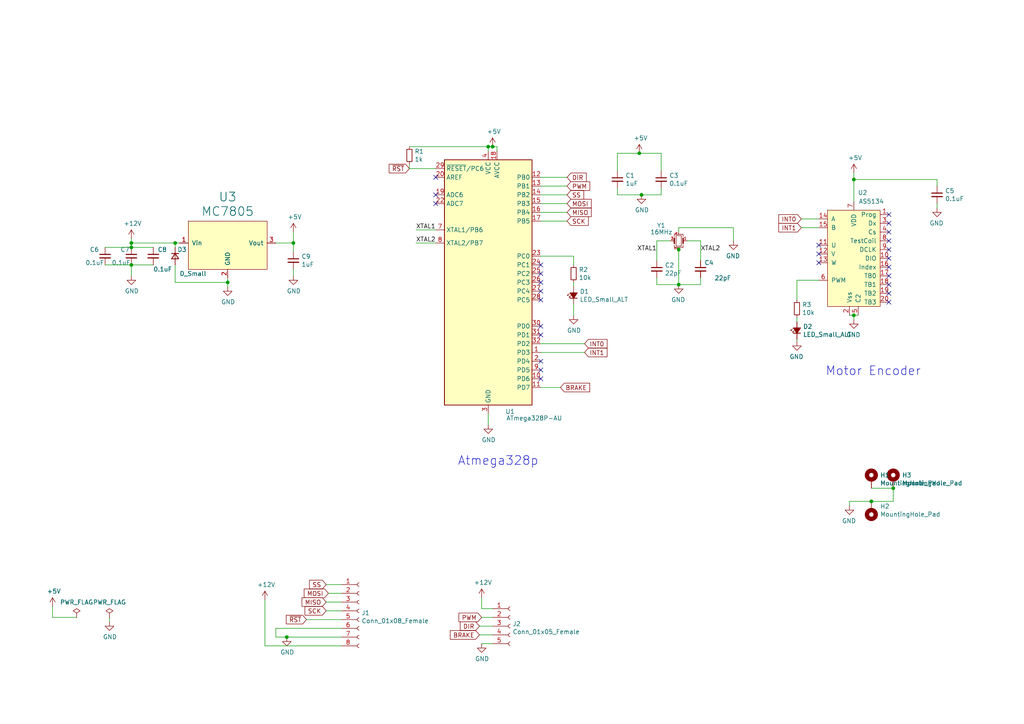
<source format=kicad_sch>
(kicad_sch (version 20211123) (generator eeschema)
  (paper "A4")
  (lib_symbols
    (symbol "Connector:Conn_01x05_Female" (pin_names (offset 1.016) hide)
      (property "Reference" "J" (at 0 7.62 0))
      (property "Value" "Conn_01x05_Female" (at 0 -7.62 0))
      (symbol "Conn_01x05_Female_1_1"
        (arc (start 0 -4.572) (mid -0.508 -5.08) (end 0 -5.588) (stroke (width 0.1524)))
        (arc (start 0 -2.032) (mid -0.508 -2.54) (end 0 -3.048) (stroke (width 0.1524)))
        (polyline (pts (xy -1.27 -5.08) (xy -0.508 -5.08)) (stroke (width 0.1524)))
        (polyline (pts (xy -1.27 -2.54) (xy -0.508 -2.54)) (stroke (width 0.1524)))
        (polyline (pts (xy -1.27 0) (xy -0.508 0)) (stroke (width 0.1524)))
        (polyline (pts (xy -1.27 2.54) (xy -0.508 2.54)) (stroke (width 0.1524)))
        (polyline (pts (xy -1.27 5.08) (xy -0.508 5.08)) (stroke (width 0.1524)))
        (arc (start 0 0.508) (mid -0.508 0) (end 0 -0.508) (stroke (width 0.1524)))
        (arc (start 0 3.048) (mid -0.508 2.54) (end 0 2.032) (stroke (width 0.1524)))
        (arc (start 0 5.588) (mid -0.508 5.08) (end 0 4.572) (stroke (width 0.1524)))
        (pin passive line (at -5.08 5.08 0) (length 3.81) (name "Pin_1") (number "1"))
        (pin passive line (at -5.08 2.54 0) (length 3.81) (name "Pin_2") (number "2"))
        (pin passive line (at -5.08 0 0) (length 3.81) (name "Pin_3") (number "3"))
        (pin passive line (at -5.08 -2.54 0) (length 3.81) (name "Pin_4") (number "4"))
        (pin passive line (at -5.08 -5.08 0) (length 3.81) (name "Pin_5") (number "5"))
      )
    )
    (symbol "Connector:Conn_01x08_Female" (pin_names (offset 1.016) hide)
      (property "Reference" "J" (at 0 10.16 0))
      (property "Value" "Conn_01x08_Female" (at 0 -12.7 0))
      (symbol "Conn_01x08_Female_1_1"
        (arc (start 0 -9.652) (mid -0.508 -10.16) (end 0 -10.668) (stroke (width 0.1524)))
        (arc (start 0 -7.112) (mid -0.508 -7.62) (end 0 -8.128) (stroke (width 0.1524)))
        (arc (start 0 -4.572) (mid -0.508 -5.08) (end 0 -5.588) (stroke (width 0.1524)))
        (arc (start 0 -2.032) (mid -0.508 -2.54) (end 0 -3.048) (stroke (width 0.1524)))
        (polyline (pts (xy -1.27 -10.16) (xy -0.508 -10.16)) (stroke (width 0.1524)))
        (polyline (pts (xy -1.27 -7.62) (xy -0.508 -7.62)) (stroke (width 0.1524)))
        (polyline (pts (xy -1.27 -5.08) (xy -0.508 -5.08)) (stroke (width 0.1524)))
        (polyline (pts (xy -1.27 -2.54) (xy -0.508 -2.54)) (stroke (width 0.1524)))
        (polyline (pts (xy -1.27 0) (xy -0.508 0)) (stroke (width 0.1524)))
        (polyline (pts (xy -1.27 2.54) (xy -0.508 2.54)) (stroke (width 0.1524)))
        (polyline (pts (xy -1.27 5.08) (xy -0.508 5.08)) (stroke (width 0.1524)))
        (polyline (pts (xy -1.27 7.62) (xy -0.508 7.62)) (stroke (width 0.1524)))
        (arc (start 0 0.508) (mid -0.508 0) (end 0 -0.508) (stroke (width 0.1524)))
        (arc (start 0 3.048) (mid -0.508 2.54) (end 0 2.032) (stroke (width 0.1524)))
        (arc (start 0 5.588) (mid -0.508 5.08) (end 0 4.572) (stroke (width 0.1524)))
        (arc (start 0 8.128) (mid -0.508 7.62) (end 0 7.112) (stroke (width 0.1524)))
        (pin passive line (at -5.08 7.62 0) (length 3.81) (name "Pin_1") (number "1"))
        (pin passive line (at -5.08 5.08 0) (length 3.81) (name "Pin_2") (number "2"))
        (pin passive line (at -5.08 2.54 0) (length 3.81) (name "Pin_3") (number "3"))
        (pin passive line (at -5.08 0 0) (length 3.81) (name "Pin_4") (number "4"))
        (pin passive line (at -5.08 -2.54 0) (length 3.81) (name "Pin_5") (number "5"))
        (pin passive line (at -5.08 -5.08 0) (length 3.81) (name "Pin_6") (number "6"))
        (pin passive line (at -5.08 -7.62 0) (length 3.81) (name "Pin_7") (number "7"))
        (pin passive line (at -5.08 -10.16 0) (length 3.81) (name "Pin_8") (number "8"))
      )
    )
    (symbol "Device:C_Small" (pin_numbers hide) (pin_names (offset 0.254) hide)
      (property "Reference" "C" (at 0.254 1.778 0))
      (property "Value" "C_Small" (at 0.254 -2.032 0))
      (symbol "C_Small_0_1"
        (polyline (pts (xy -1.524 -0.508) (xy 1.524 -0.508)) (stroke (width 0.3302)))
        (polyline (pts (xy -1.524 0.508) (xy 1.524 0.508)) (stroke (width 0.3048)))
      )
      (symbol "C_Small_1_1"
        (pin passive line (at 0 2.54 270) (length 2.032) (name "~") (number "1"))
        (pin passive line (at 0 -2.54 90) (length 2.032) (name "~") (number "2"))
      )
    )
    (symbol "Device:Crystal_GND24_Small" (pin_names (offset 1.016) hide)
      (property "Reference" "Y" (at 1.27 4.445 0))
      (property "Value" "Crystal_GND24_Small" (at 1.27 2.54 0))
      (symbol "Crystal_GND24_Small_0_1"
        (rectangle (start -0.762 -1.524) (end 0.762 1.524))
        (polyline (pts (xy -1.27 -0.762) (xy -1.27 0.762)) (stroke (width 0.381)))
        (polyline (pts (xy 1.27 -0.762) (xy 1.27 0.762)) (stroke (width 0.381)))
        (polyline (pts (xy -1.27 -1.27) (xy -1.27 -1.905) (xy 1.27 -1.905) (xy 1.27 -1.27)))
        (polyline (pts (xy -1.27 1.27) (xy -1.27 1.905) (xy 1.27 1.905) (xy 1.27 1.27)))
      )
      (symbol "Crystal_GND24_Small_1_1"
        (pin passive line (at -2.54 0 0) (length 1.27) (name "1") (number "1"))
        (pin passive line (at 0 -2.54 90) (length 0.635) (name "2") (number "2"))
        (pin passive line (at 2.54 0 180) (length 1.27) (name "3") (number "3"))
        (pin passive line (at 0 2.54 270) (length 0.635) (name "4") (number "4"))
      )
    )
    (symbol "Device:D_Small" (pin_numbers hide) (pin_names (offset 0.254) hide)
      (property "Reference" "D" (at -1.27 2.032 0))
      (property "Value" "D_Small" (at -3.81 -2.032 0))
      (symbol "D_Small_0_1"
        (polyline (pts (xy -0.762 -1.016) (xy -0.762 1.016)) (stroke (width 0.254)))
        (polyline (pts (xy -0.762 0) (xy 0.762 0)))
        (polyline (pts (xy 0.762 -1.016) (xy -0.762 0) (xy 0.762 1.016) (xy 0.762 -1.016)) (stroke (width 0.254)))
      )
      (symbol "D_Small_1_1"
        (pin passive line (at -2.54 0 0) (length 1.778) (name "K") (number "1"))
        (pin passive line (at 2.54 0 180) (length 1.778) (name "A") (number "2"))
      )
    )
    (symbol "Device:LED_Small_ALT" (pin_numbers hide) (pin_names (offset 0.254) hide)
      (property "Reference" "D" (at -1.27 3.175 0))
      (property "Value" "Device_LED_Small_ALT" (at -4.445 -2.54 0))
      (symbol "LED_Small_ALT_0_1"
        (polyline (pts (xy -0.762 -1.016) (xy -0.762 1.016)) (stroke (width 0.254)))
        (polyline (pts (xy 1.016 0) (xy -0.762 0)))
        (polyline (pts (xy 0.762 -1.016) (xy -0.762 0) (xy 0.762 1.016) (xy 0.762 -1.016)) (stroke (width 0.254)) (fill (type outline)))
        (polyline (pts (xy 0 0.762) (xy -0.508 1.27) (xy -0.254 1.27) (xy -0.508 1.27) (xy -0.508 1.016)))
        (polyline (pts (xy 0.508 1.27) (xy 0 1.778) (xy 0.254 1.778) (xy 0 1.778) (xy 0 1.524)))
      )
      (symbol "LED_Small_ALT_1_1"
        (pin passive line (at -2.54 0 0) (length 1.778) (name "K") (number "1"))
        (pin passive line (at 2.54 0 180) (length 1.778) (name "A") (number "2"))
      )
    )
    (symbol "Device:R_Small" (pin_numbers hide) (pin_names (offset 0.254) hide)
      (property "Reference" "R" (at 0.762 0.508 0))
      (property "Value" "R_Small" (at 0.762 -1.016 0))
      (symbol "R_Small_0_1"
        (rectangle (start -0.762 1.778) (end 0.762 -1.778) (stroke (width 0.2032)))
      )
      (symbol "R_Small_1_1"
        (pin passive line (at 0 2.54 270) (length 0.762) (name "~") (number "1"))
        (pin passive line (at 0 -2.54 90) (length 0.762) (name "~") (number "2"))
      )
    )
    (symbol "Mechanical:MountingHole_Pad" (pin_numbers hide) (pin_names (offset 1.016) hide)
      (property "Reference" "H" (at 0 6.35 0))
      (property "Value" "MountingHole_Pad" (at 0 4.445 0))
      (symbol "MountingHole_Pad_0_1"
        (circle (center 0 1.27) (radius 1.27) (stroke (width 1.27)))
      )
      (symbol "MountingHole_Pad_1_1"
        (pin input line (at 0 -2.54 90) (length 2.54) (name "1") (number "1"))
      )
    )
    (symbol "MotorController:AS5134" (pin_names (offset 1.016))
      (property "Reference" "U" (at 8.89 19.05 0))
      (property "Value" "AS5134" (at 7.62 22.86 0))
      (symbol "AS5134_0_1"
        (rectangle (start -7.62 15.24) (end 7.62 -12.7) (fill (type background)))
      )
      (symbol "AS5134_1_1"
        (pin input line (at 10.16 13.97 180) (length 2.54) (name "Prog") (number "1"))
        (pin input line (at 10.16 1.27 180) (length 2.54) (name "DIO") (number "10"))
        (pin input line (at -10.16 5.08 0) (length 2.54) (name "U") (number "11"))
        (pin input line (at -10.16 2.54 0) (length 2.54) (name "V") (number "12"))
        (pin input line (at -10.16 0 0) (length 2.54) (name "W") (number "13"))
        (pin input line (at -10.16 12.7 0) (length 2.54) (name "A") (number "14"))
        (pin input line (at -10.16 10.16 0) (length 2.54) (name "B") (number "15"))
        (pin input line (at 10.16 -1.27 180) (length 2.54) (name "Index") (number "16"))
        (pin input line (at 10.16 -3.81 180) (length 2.54) (name "TB0") (number "17"))
        (pin input line (at 10.16 -6.35 180) (length 2.54) (name "TB1") (number "18"))
        (pin input line (at 10.16 -8.89 180) (length 2.54) (name "TB2") (number "19"))
        (pin input line (at -1.27 -15.24 90) (length 2.54) (name "Vss") (number "2"))
        (pin input line (at 10.16 -11.43 180) (length 2.54) (name "TB3") (number "20"))
        (pin input line (at 10.16 11.43 180) (length 2.54) (name "Dx") (number "3"))
        (pin input line (at 10.16 8.89 180) (length 2.54) (name "Cs") (number "4"))
        (pin input line (at 1.27 -15.24 90) (length 2.54) (name "C2") (number "5"))
        (pin input line (at -10.16 -5.08 0) (length 2.54) (name "PWM") (number "6"))
        (pin input line (at 0 17.78 270) (length 2.54) (name "VDD") (number "7"))
        (pin input line (at 10.16 6.35 180) (length 2.54) (name "TestCoil") (number "8"))
        (pin input line (at 10.16 3.81 180) (length 2.54) (name "DCLK") (number "9"))
      )
    )
    (symbol "MotorController:ATmega328P-AU"
      (property "Reference" "U" (at -12.7 36.83 0))
      (property "Value" "ATmega328P-AU" (at 2.54 -36.83 0))
      (symbol "ATmega328P-AU_0_1"
        (rectangle (start -12.7 -35.56) (end 12.7 35.56) (stroke (width 0.254)) (fill (type background)))
      )
      (symbol "ATmega328P-AU_1_1"
        (pin bidirectional line (at 15.24 -20.32 180) (length 2.54) (name "PD3") (number "1"))
        (pin bidirectional line (at 15.24 -27.94 180) (length 2.54) (name "PD6") (number "10"))
        (pin bidirectional line (at 15.24 -30.48 180) (length 2.54) (name "PD7") (number "11"))
        (pin bidirectional line (at 15.24 30.48 180) (length 2.54) (name "PB0") (number "12"))
        (pin bidirectional line (at 15.24 27.94 180) (length 2.54) (name "PB1") (number "13"))
        (pin bidirectional line (at 15.24 25.4 180) (length 2.54) (name "PB2") (number "14"))
        (pin bidirectional line (at 15.24 22.86 180) (length 2.54) (name "PB3") (number "15"))
        (pin bidirectional line (at 15.24 20.32 180) (length 2.54) (name "PB4") (number "16"))
        (pin bidirectional line (at 15.24 17.78 180) (length 2.54) (name "PB5") (number "17"))
        (pin power_in line (at 2.54 38.1 270) (length 2.54) (name "AVCC") (number "18"))
        (pin input line (at -15.24 25.4 0) (length 2.54) (name "ADC6") (number "19"))
        (pin bidirectional line (at 15.24 -22.86 180) (length 2.54) (name "PD4") (number "2"))
        (pin passive line (at -15.24 30.48 0) (length 2.54) (name "AREF") (number "20"))
        (pin passive line (at 0 -38.1 90) (length 2.54) hide (name "GND") (number "21"))
        (pin input line (at -15.24 22.86 0) (length 2.54) (name "ADC7") (number "22"))
        (pin bidirectional line (at 15.24 7.62 180) (length 2.54) (name "PC0") (number "23"))
        (pin bidirectional line (at 15.24 5.08 180) (length 2.54) (name "PC1") (number "24"))
        (pin bidirectional line (at 15.24 2.54 180) (length 2.54) (name "PC2") (number "25"))
        (pin bidirectional line (at 15.24 0 180) (length 2.54) (name "PC3") (number "26"))
        (pin bidirectional line (at 15.24 -2.54 180) (length 2.54) (name "PC4") (number "27"))
        (pin bidirectional line (at 15.24 -5.08 180) (length 2.54) (name "PC5") (number "28"))
        (pin bidirectional line (at -15.24 33.02 0) (length 2.54) (name "~{RESET}/PC6") (number "29"))
        (pin power_in line (at 0 -38.1 90) (length 2.54) (name "GND") (number "3"))
        (pin bidirectional line (at 15.24 -12.7 180) (length 2.54) (name "PD0") (number "30"))
        (pin bidirectional line (at 15.24 -15.24 180) (length 2.54) (name "PD1") (number "31"))
        (pin bidirectional line (at 15.24 -17.78 180) (length 2.54) (name "PD2") (number "32"))
        (pin power_in line (at 0 38.1 270) (length 2.54) (name "VCC") (number "4"))
        (pin passive line (at 0 -38.1 90) (length 2.54) hide (name "GND") (number "5"))
        (pin passive line (at 0 38.1 270) (length 2.54) hide (name "VCC") (number "6"))
        (pin bidirectional line (at -15.24 15.24 0) (length 2.54) (name "XTAL1/PB6") (number "7"))
        (pin bidirectional line (at -15.24 11.43 0) (length 2.54) (name "XTAL2/PB7") (number "8"))
        (pin bidirectional line (at 15.24 -25.4 180) (length 2.54) (name "PD5") (number "9"))
      )
    )
    (symbol "MotorController:MC7805" (pin_names (offset 1.016))
      (property "Reference" "U" (at 0 8.89 0))
      (property "Value" "MC7805" (at 0 3.81 0))
      (symbol "MC7805_0_1"
        (rectangle (start -11.43 6.35) (end 11.43 -7.62) (fill (type background)))
      )
      (symbol "MC7805_1_1"
        (pin input line (at -13.97 0 0) (length 2.54) (name "Vin") (number "1"))
        (pin input line (at 0 -10.16 90) (length 2.54) (name "GND") (number "2"))
        (pin output line (at 13.97 0 180) (length 2.54) (name "Vout") (number "3"))
      )
    )
    (symbol "power:+12V" (power) (pin_names (offset 0))
      (property "Value" "+12V" (at 0 3.556 0))
      (symbol "+12V_0_1"
        (polyline (pts (xy -0.762 1.27) (xy 0 2.54)))
        (polyline (pts (xy 0 0) (xy 0 2.54)))
        (polyline (pts (xy 0 2.54) (xy 0.762 1.27)))
      )
      (symbol "+12V_1_1"
        (pin power_in line (at 0 0 90) (length 0) hide (name "+12V") (number "1"))
      )
    )
    (symbol "power:+5V" (power) (pin_names (offset 0))
      (property "Value" "+5V" (at 0 3.556 0))
      (symbol "+5V_0_1"
        (polyline (pts (xy -0.762 1.27) (xy 0 2.54)))
        (polyline (pts (xy 0 0) (xy 0 2.54)))
        (polyline (pts (xy 0 2.54) (xy 0.762 1.27)))
      )
      (symbol "+5V_1_1"
        (pin power_in line (at 0 0 90) (length 0) hide (name "+5V") (number "1"))
      )
    )
    (symbol "power:GND" (power) (pin_names (offset 0))
      (property "Value" "GND" (at 0 -3.81 0))
      (symbol "GND_0_1"
        (polyline (pts (xy 0 0) (xy 0 -1.27) (xy 1.27 -1.27) (xy 0 -2.54) (xy -1.27 -1.27) (xy 0 -1.27)))
      )
      (symbol "GND_1_1"
        (pin power_in line (at 0 0 270) (length 0) hide (name "GND") (number "1"))
      )
    )
    (symbol "power:PWR_FLAG" (power) (pin_numbers hide) (pin_names (offset 0) hide)
      (property "Value" "PWR_FLAG" (at 0 3.81 0))
      (symbol "PWR_FLAG_0_0"
        (pin power_out line (at 0 0 90) (length 0) (name "pwr") (number "1"))
      )
      (symbol "PWR_FLAG_0_1"
        (polyline (pts (xy 0 0) (xy 0 1.27) (xy -1.016 1.905) (xy 0 2.54) (xy 1.016 1.905) (xy 0 1.27)))
      )
    )
  )
  (junction (at 247.65 52.07))
  (junction (at 141.605 42.545))
  (junction (at 185.42 44.45))
  (junction (at 38.1 71.755))
  (junction (at 196.85 72.39))
  (junction (at 66.04 81.915))
  (junction (at 83.185 184.785))
  (junction (at 50.8 70.485))
  (junction (at 252.73 145.415))
  (junction (at 85.09 70.485))
  (junction (at 142.875 42.545))
  (junction (at 196.85 82.55))
  (junction (at 259.08 141.605))
  (junction (at 186.055 56.515))
  (junction (at 38.1 70.485))
  (junction (at 247.65 91.44))
  (junction (at 38.1 76.835))
  (no_connect (at 156.845 94.615))
  (no_connect (at 257.81 69.85))
  (no_connect (at 156.845 86.995))
  (no_connect (at 156.845 109.855))
  (no_connect (at 257.81 77.47))
  (no_connect (at 126.365 59.055))
  (no_connect (at 156.845 104.775))
  (no_connect (at 156.845 79.375))
  (no_connect (at 257.81 80.01))
  (no_connect (at 237.49 73.66))
  (no_connect (at 237.49 76.2))
  (no_connect (at 257.81 64.77))
  (no_connect (at 257.81 72.39))
  (no_connect (at 156.845 81.915))
  (no_connect (at 257.81 82.55))
  (no_connect (at 257.81 85.09))
  (no_connect (at 257.81 74.93))
  (no_connect (at 126.365 56.515))
  (no_connect (at 156.845 76.835))
  (no_connect (at 156.845 107.315))
  (no_connect (at 126.365 51.435))
  (no_connect (at 257.81 87.63))
  (no_connect (at 156.845 97.155))
  (no_connect (at 156.845 84.455))
  (no_connect (at 237.49 71.12))
  (no_connect (at 257.81 67.31))
  (no_connect (at 257.81 62.23))
  (wire (pts (xy 31.75 179.07) (xy 31.75 180.34)))
  (wire (pts (xy 247.65 52.07) (xy 271.78 52.07)))
  (wire (pts (xy 80.01 184.785) (xy 83.185 184.785)))
  (wire (pts (xy 252.73 141.605) (xy 259.08 141.605)))
  (wire (pts (xy 179.07 49.53) (xy 179.07 44.45)))
  (wire (pts (xy 190.5 69.85) (xy 190.5 75.565)))
  (wire (pts (xy 80.01 70.485) (xy 85.09 70.485)))
  (wire (pts (xy 80.01 182.245) (xy 99.06 182.245)))
  (wire (pts (xy 259.08 141.605) (xy 259.08 145.415)))
  (wire (pts (xy 156.845 112.395) (xy 162.56 112.395)))
  (wire (pts (xy 232.41 66.04) (xy 237.49 66.04)))
  (wire (pts (xy 99.06 177.165) (xy 94.615 177.165)))
  (wire (pts (xy 15.24 175.895) (xy 15.24 179.07)))
  (wire (pts (xy 237.49 63.5) (xy 232.41 63.5)))
  (wire (pts (xy 156.845 99.695) (xy 169.545 99.695)))
  (wire (pts (xy 126.365 70.485) (xy 120.65 70.485)))
  (wire (pts (xy 179.07 44.45) (xy 185.42 44.45)))
  (wire (pts (xy 231.14 98.425) (xy 231.14 99.06)))
  (wire (pts (xy 156.845 61.595) (xy 164.465 61.595)))
  (wire (pts (xy 179.07 56.515) (xy 186.055 56.515)))
  (wire (pts (xy 156.845 59.055) (xy 164.465 59.055)))
  (wire (pts (xy 252.73 145.415) (xy 259.08 145.415)))
  (wire (pts (xy 50.8 70.485) (xy 52.07 70.485)))
  (wire (pts (xy 85.09 67.31) (xy 85.09 70.485)))
  (wire (pts (xy 237.49 81.28) (xy 231.14 81.28)))
  (wire (pts (xy 166.37 81.915) (xy 166.37 83.185)))
  (wire (pts (xy 126.365 66.675) (xy 120.65 66.675)))
  (wire (pts (xy 212.725 66.04) (xy 212.725 69.85)))
  (wire (pts (xy 247.65 91.44) (xy 247.65 92.71)))
  (wire (pts (xy 156.845 56.515) (xy 164.465 56.515)))
  (wire (pts (xy 156.845 64.135) (xy 164.465 64.135)))
  (wire (pts (xy 156.845 102.235) (xy 169.545 102.235)))
  (wire (pts (xy 142.875 42.545) (xy 144.145 42.545)))
  (wire (pts (xy 38.1 71.755) (xy 38.1 70.485)))
  (wire (pts (xy 99.06 174.625) (xy 94.615 174.625)))
  (wire (pts (xy 246.38 91.44) (xy 247.65 91.44)))
  (wire (pts (xy 50.8 76.835) (xy 50.8 81.915)))
  (wire (pts (xy 196.85 71.755) (xy 196.85 72.39)))
  (wire (pts (xy 247.65 52.07) (xy 247.65 58.42)))
  (wire (pts (xy 196.85 67.31) (xy 196.85 66.04)))
  (wire (pts (xy 156.845 74.295) (xy 166.37 74.295)))
  (wire (pts (xy 141.605 43.815) (xy 141.605 42.545)))
  (wire (pts (xy 190.5 82.55) (xy 196.85 82.55)))
  (wire (pts (xy 247.65 91.44) (xy 248.92 91.44)))
  (wire (pts (xy 196.85 82.55) (xy 203.2 82.55)))
  (wire (pts (xy 166.37 88.265) (xy 166.37 91.44)))
  (wire (pts (xy 231.14 92.075) (xy 231.14 93.345)))
  (wire (pts (xy 142.875 184.15) (xy 139.065 184.15)))
  (wire (pts (xy 83.185 184.785) (xy 99.06 184.785)))
  (wire (pts (xy 179.07 54.61) (xy 179.07 56.515)))
  (wire (pts (xy 196.85 72.39) (xy 196.85 82.55)))
  (wire (pts (xy 271.78 52.07) (xy 271.78 53.975)))
  (wire (pts (xy 38.1 70.485) (xy 50.8 70.485)))
  (wire (pts (xy 126.365 48.895) (xy 118.745 48.895)))
  (wire (pts (xy 80.01 182.245) (xy 80.01 184.785)))
  (wire (pts (xy 186.055 56.515) (xy 191.77 56.515)))
  (wire (pts (xy 99.06 179.705) (xy 88.9 179.705)))
  (wire (pts (xy 191.77 44.45) (xy 191.77 49.53)))
  (wire (pts (xy 231.14 81.28) (xy 231.14 86.995)))
  (wire (pts (xy 203.2 75.565) (xy 203.2 69.85)))
  (wire (pts (xy 95.25 172.085) (xy 99.06 172.085)))
  (wire (pts (xy 166.37 74.295) (xy 166.37 76.835)))
  (wire (pts (xy 252.73 145.415) (xy 246.38 145.415)))
  (wire (pts (xy 99.06 169.545) (xy 94.615 169.545)))
  (wire (pts (xy 247.65 50.165) (xy 247.65 52.07)))
  (wire (pts (xy 271.78 59.055) (xy 271.78 60.325)))
  (wire (pts (xy 38.1 76.835) (xy 44.45 76.835)))
  (wire (pts (xy 50.8 71.755) (xy 50.8 70.485)))
  (wire (pts (xy 144.145 42.545) (xy 144.145 43.815)))
  (wire (pts (xy 141.605 42.545) (xy 142.875 42.545)))
  (wire (pts (xy 246.38 145.415) (xy 246.38 146.685)))
  (wire (pts (xy 66.04 81.915) (xy 66.04 83.185)))
  (wire (pts (xy 38.1 69.215) (xy 38.1 70.485)))
  (wire (pts (xy 142.875 176.53) (xy 139.7 176.53)))
  (wire (pts (xy 118.745 42.545) (xy 141.605 42.545)))
  (wire (pts (xy 30.48 76.835) (xy 38.1 76.835)))
  (wire (pts (xy 38.1 71.755) (xy 44.45 71.755)))
  (wire (pts (xy 156.845 53.975) (xy 164.465 53.975)))
  (wire (pts (xy 196.85 66.04) (xy 212.725 66.04)))
  (wire (pts (xy 203.2 69.85) (xy 199.39 69.85)))
  (wire (pts (xy 85.09 78.105) (xy 85.09 80.01)))
  (wire (pts (xy 203.2 82.55) (xy 203.2 80.645)))
  (wire (pts (xy 38.1 76.835) (xy 38.1 80.01)))
  (wire (pts (xy 139.065 181.61) (xy 142.875 181.61)))
  (wire (pts (xy 191.77 56.515) (xy 191.77 54.61)))
  (wire (pts (xy 194.31 69.85) (xy 190.5 69.85)))
  (wire (pts (xy 76.835 187.325) (xy 99.06 187.325)))
  (wire (pts (xy 66.04 80.645) (xy 66.04 81.915)))
  (wire (pts (xy 76.835 173.99) (xy 76.835 187.325)))
  (wire (pts (xy 190.5 80.645) (xy 190.5 82.55)))
  (wire (pts (xy 118.745 47.625) (xy 118.745 48.895)))
  (wire (pts (xy 30.48 71.755) (xy 38.1 71.755)))
  (wire (pts (xy 50.8 81.915) (xy 66.04 81.915)))
  (wire (pts (xy 156.845 51.435) (xy 164.465 51.435)))
  (wire (pts (xy 142.875 179.07) (xy 139.7 179.07)))
  (wire (pts (xy 142.875 186.69) (xy 139.7 186.69)))
  (wire (pts (xy 139.7 173.355) (xy 139.7 176.53)))
  (wire (pts (xy 85.09 70.485) (xy 85.09 73.025)))
  (wire (pts (xy 15.24 179.07) (xy 22.225 179.07)))
  (wire (pts (xy 141.605 120.015) (xy 141.605 123.19)))
  (wire (pts (xy 185.42 44.45) (xy 191.77 44.45)))
  (text "Motor Encoder" (at 239.395 109.22 0) (effects (font (size 2.54 2.54)) (justify left bottom)))
  (text "Atmega328p" (at 132.715 135.255 0) (effects (font (size 2.54 2.54)) (justify left bottom)))
  (label "XTAL2" (at 203.2 73.025 0))
  (label "XTAL2" (at 120.65 70.485 0))
  (label "XTAL1" (at 120.65 66.675 0))
  (label "XTAL1" (at 190.5 73.025 180))
  (global_label "PWM" (shape input) (at 139.7 179.07 180) (property "Intersheet References" "${INTERSHEET_REFS}" (effects hide)))
  (global_label "DIR" (shape input) (at 139.065 181.61 180) (property "Intersheet References" "${INTERSHEET_REFS}" (effects hide)))
  (global_label "BRAKE" (shape input) (at 162.56 112.395 0) (property "Intersheet References" "${INTERSHEET_REFS}" (effects hide)))
  (global_label "BRAKE" (shape input) (at 139.065 184.15 180) (property "Intersheet References" "${INTERSHEET_REFS}" (effects hide)))
  (global_label "INT0" (shape input) (at 232.41 63.5 180) (property "Intersheet References" "${INTERSHEET_REFS}" (effects hide)))
  (global_label "SS" (shape input) (at 164.465 56.515 0) (property "Intersheet References" "${INTERSHEET_REFS}" (effects hide)))
  (global_label "INT1" (shape input) (at 169.545 102.235 0) (property "Intersheet References" "${INTERSHEET_REFS}" (effects hide)))
  (global_label "SCK" (shape input) (at 164.465 64.135 0) (property "Intersheet References" "${INTERSHEET_REFS}" (effects hide)))
  (global_label "MOSI" (shape input) (at 164.465 59.055 0) (property "Intersheet References" "${INTERSHEET_REFS}" (effects hide)))
  (global_label "~{RST}" (shape input) (at 118.745 48.895 180) (property "Intersheet References" "${INTERSHEET_REFS}" (effects hide)))
  (global_label "INT0" (shape input) (at 169.545 99.695 0) (property "Intersheet References" "${INTERSHEET_REFS}" (effects hide)))
  (global_label "~{RST}" (shape input) (at 88.9 179.705 180) (property "Intersheet References" "${INTERSHEET_REFS}" (effects hide)))
  (global_label "SS" (shape input) (at 94.615 169.545 180) (property "Intersheet References" "${INTERSHEET_REFS}" (effects hide)))
  (global_label "MISO" (shape input) (at 94.615 174.625 180) (property "Intersheet References" "${INTERSHEET_REFS}" (effects hide)))
  (global_label "INT1" (shape input) (at 232.41 66.04 180) (property "Intersheet References" "${INTERSHEET_REFS}" (effects hide)))
  (global_label "MISO" (shape input) (at 164.465 61.595 0) (property "Intersheet References" "${INTERSHEET_REFS}" (effects hide)))
  (global_label "MOSI" (shape input) (at 95.25 172.085 180) (property "Intersheet References" "${INTERSHEET_REFS}" (effects hide)))
  (global_label "PWM" (shape input) (at 164.465 53.975 0) (property "Intersheet References" "${INTERSHEET_REFS}" (effects hide)))
  (global_label "SCK" (shape input) (at 94.615 177.165 180) (property "Intersheet References" "${INTERSHEET_REFS}" (effects hide)))
  (global_label "DIR" (shape input) (at 164.465 51.435 0) (property "Intersheet References" "${INTERSHEET_REFS}" (effects hide)))
  (symbol (lib_id "Device:C_Small") (at 179.07 52.07 0) (unit 1)
    (property "Reference" "C1" (at 181.4068 50.9016 0) (effects (justify left)))
    (property "Value" "1uF" (at 181.4068 53.213 0) (effects (justify left)))
    (property "Footprint" "Capacitor_SMD:C_0603_1608Metric" (effects hide))
    (property "Digikey" "587-6280-1-ND‎" (effects hide))
  )
  (symbol (lib_id "Device:C_Small") (at 191.77 52.07 0) (unit 1)
    (property "Reference" "C3" (at 194.1068 50.9016 0) (effects (justify left)))
    (property "Value" "0.1uF" (at 194.1068 53.213 0) (effects (justify left)))
    (property "Footprint" "Capacitor_SMD:C_0603_1608Metric" (effects hide))
    (property "Digikey" "1276-1941-1-ND" (effects hide))
  )
  (symbol (lib_id "power:GND") (at 186.055 56.515 0) (unit 1)
    (property "Reference" "#PWR05" (effects hide))
    (property "Value" "GND" (at 186.182 60.9092 0))
  )
  (symbol (lib_id "power:+5V") (at 185.42 44.45 0) (unit 1)
    (property "Reference" "#PWR04" (effects hide))
    (property "Value" "+5V" (at 185.801 40.0558 0))
  )
  (symbol (lib_id "power:GND") (at 141.605 123.19 0) (unit 1)
    (property "Reference" "#PWR01" (effects hide))
    (property "Value" "GND" (at 141.732 127.5842 0))
  )
  (symbol (lib_id "power:+5V") (at 142.875 42.545 0) (unit 1)
    (property "Reference" "#PWR02" (effects hide))
    (property "Value" "+5V" (at 143.256 38.1508 0))
  )
  (symbol (lib_id "Device:Crystal_GND24_Small") (at 196.85 69.85 0) (mirror y) (unit 1)
    (property "Reference" "Y1" (at 190.5 65.405 0) (effects (justify right)))
    (property "Value" "16MHz" (at 188.595 67.31 0) (effects (justify right)))
    (property "Footprint" "Crystal:Crystal_SMD_3225-4Pin_3.2x2.5mm" (effects hide))
    (property "Digikey" "2151-RH100-16.000-12-1010-EXT-TRCT-ND" (effects hide))
  )
  (symbol (lib_id "Device:C_Small") (at 203.2 78.105 0) (mirror y) (unit 1)
    (property "Reference" "C4" (at 207.01 76.2 0) (effects (justify left)))
    (property "Value" "22pF" (at 212.09 80.645 0) (effects (justify left)))
    (property "Footprint" "Capacitor_SMD:C_0603_1608Metric" (effects hide))
    (property "Digikey" "478-0603YA220KAT2ACT-ND‎" (effects hide))
  )
  (symbol (lib_id "Device:C_Small") (at 190.5 78.105 0) (mirror y) (unit 1)
    (property "Reference" "C2" (at 192.8368 76.9366 0) (effects (justify right)))
    (property "Value" "22pF" (at 192.8368 79.248 0) (effects (justify right)))
    (property "Footprint" "Capacitor_SMD:C_0603_1608Metric" (effects hide))
    (property "Digikey" "478-0603YA220KAT2ACT-ND‎" (effects hide))
  )
  (symbol (lib_id "power:GND") (at 196.85 82.55 0) (mirror y) (unit 1)
    (property "Reference" "#PWR06" (effects hide))
    (property "Value" "GND" (at 196.723 86.9442 0))
  )
  (symbol (lib_id "Device:R_Small") (at 118.745 45.085 0) (unit 1)
    (property "Reference" "R1" (at 120.2436 43.9166 0) (effects (justify left)))
    (property "Value" "1k" (at 120.2436 46.228 0) (effects (justify left)))
    (property "Footprint" "Resistor_SMD:R_0603_1608Metric" (effects hide))
    (property "Digikey" "P124100CT-ND‎" (effects hide))
  )
  (symbol (lib_id "Device:R_Small") (at 166.37 79.375 0) (unit 1)
    (property "Reference" "R2" (at 167.8686 78.2066 0) (effects (justify left)))
    (property "Value" "10k" (at 167.8686 80.518 0) (effects (justify left)))
    (property "Footprint" "Resistor_SMD:R_0603_1608Metric" (effects hide))
    (property "Digikey" "P124100CT-ND‎" (effects hide))
  )
  (symbol (lib_id "Device:LED_Small_ALT") (at 166.37 85.725 90) (unit 1)
    (property "Reference" "D1" (at 168.148 84.5566 90) (effects (justify right)))
    (property "Value" "LED_Small_ALT" (at 168.148 86.868 90) (effects (justify right)))
    (property "Footprint" "Diode_SMD:D_0603_1608Metric_Castellated" (effects hide))
    (property "Digikey" "160-1183-1-ND" (effects hide))
  )
  (symbol (lib_id "power:GND") (at 166.37 91.44 0) (unit 1)
    (property "Reference" "#PWR03" (effects hide))
    (property "Value" "GND" (at 166.497 95.8342 0))
  )
  (symbol (lib_id "MotorController:ATmega328P-AU") (at 141.605 81.915 0) (unit 1)
    (property "Reference" "U1" (at 147.955 119.38 0))
    (property "Value" "ATmega328P-AU" (at 154.94 121.285 0))
    (property "Footprint" "Package_QFP:TQFP-32_7x7mm_P0.8mm" (effects hide))
  )
  (symbol (lib_id "power:GND") (at 212.725 69.85 0) (mirror y) (unit 1)
    (property "Reference" "#PWR07" (effects hide))
    (property "Value" "GND" (at 212.598 74.2442 0))
  )
  (symbol (lib_id "power:PWR_FLAG") (at 22.225 179.07 0) (unit 1)
    (property "Reference" "#FLG0101" (effects hide))
    (property "Value" "PWR_FLAG" (at 22.225 174.6758 0))
  )
  (symbol (lib_id "MotorController:AS5134") (at 247.65 76.2 0) (unit 1)
    (property "Reference" "U2" (at 250.19 55.88 0))
    (property "Value" "AS5134" (at 252.73 58.42 0))
    (property "Footprint" "MotorSpeedController:SOIC-20" (effects hide))
    (property "Digikey" "AS5134-ZSSMCT-ND‎" (effects hide))
  )
  (symbol (lib_id "power:PWR_FLAG") (at 31.75 179.07 0) (unit 1)
    (property "Reference" "#FLG0102" (effects hide))
    (property "Value" "PWR_FLAG" (at 31.75 174.6758 0))
  )
  (symbol (lib_id "power:+5V") (at 15.24 175.895 0) (unit 1)
    (property "Reference" "#PWR0105" (effects hide))
    (property "Value" "+5V" (at 15.621 171.5008 0))
  )
  (symbol (lib_id "power:+5V") (at 247.65 50.165 0) (unit 1)
    (property "Reference" "#PWR09" (effects hide))
    (property "Value" "+5V" (at 248.031 45.7708 0))
  )
  (symbol (lib_id "Device:C_Small") (at 271.78 56.515 0) (unit 1)
    (property "Reference" "C5" (at 274.1168 55.3466 0) (effects (justify left)))
    (property "Value" "0.1uF" (at 274.1168 57.658 0) (effects (justify left)))
    (property "Footprint" "Capacitor_SMD:C_0603_1608Metric" (effects hide))
    (property "Digikey" "1276-1941-1-ND" (effects hide))
  )
  (symbol (lib_id "power:GND") (at 31.75 180.34 0) (unit 1)
    (property "Reference" "#PWR0106" (effects hide))
    (property "Value" "GND" (at 31.877 184.7342 0))
  )
  (symbol (lib_id "power:GND") (at 247.65 92.71 0) (mirror y) (unit 1)
    (property "Reference" "#PWR010" (effects hide))
    (property "Value" "GND" (at 247.523 97.1042 0))
  )
  (symbol (lib_id "power:GND") (at 271.78 60.325 0) (mirror y) (unit 1)
    (property "Reference" "#PWR011" (effects hide))
    (property "Value" "GND" (at 271.653 64.7192 0))
  )
  (symbol (lib_id "Device:R_Small") (at 231.14 89.535 0) (unit 1)
    (property "Reference" "R3" (at 232.6386 88.3666 0) (effects (justify left)))
    (property "Value" "10k" (at 232.6386 90.678 0) (effects (justify left)))
    (property "Footprint" "Resistor_SMD:R_0603_1608Metric" (effects hide))
    (property "Digikey" "P124100CT-ND‎" (effects hide))
  )
  (symbol (lib_id "Device:LED_Small_ALT") (at 231.14 95.885 90) (unit 1)
    (property "Reference" "D2" (at 232.918 94.7166 90) (effects (justify right)))
    (property "Value" "LED_Small_ALT" (at 232.918 97.028 90) (effects (justify right)))
    (property "Footprint" "Diode_SMD:D_0603_1608Metric_Castellated" (effects hide))
    (property "Digikey" "160-1182-1-ND‎" (effects hide))
  )
  (symbol (lib_id "MotorController:MC7805") (at 66.04 70.485 0) (unit 1)
    (property "Reference" "U3" (at 66.04 57.0992 0) (effects (font (size 2.54 2.54))))
    (property "Value" "MC7805" (at 66.04 61.3156 0) (effects (font (size 2.54 2.54))))
    (property "Footprint" "Package_TO_SOT_SMD:TO-252-2" (effects hide))
    (property "Digikey" "MC7805CDTRKGOSCT-ND" (effects hide))
  )
  (symbol (lib_id "power:GND") (at 231.14 99.06 0) (mirror y) (unit 1)
    (property "Reference" "#PWR08" (effects hide))
    (property "Value" "GND" (at 231.013 103.4542 0))
  )
  (symbol (lib_id "Device:C_Small") (at 38.1 74.295 0) (unit 1)
    (property "Reference" "C7" (at 34.925 72.39 0) (effects (justify left)))
    (property "Value" "0.1uF" (at 32.385 76.2 0) (effects (justify left)))
    (property "Footprint" "Capacitor_SMD:C_0603_1608Metric" (effects hide))
    (property "Digikey" "1276-1941-1-ND" (effects hide))
  )
  (symbol (lib_id "Device:C_Small") (at 44.45 74.295 0) (unit 1)
    (property "Reference" "C8" (at 45.72 72.39 0) (effects (justify left)))
    (property "Value" "0.1uF" (at 44.45 78.105 0) (effects (justify left)))
    (property "Footprint" "Capacitor_SMD:C_0603_1608Metric" (effects hide))
    (property "Digikey" "1276-1941-1-ND" (effects hide))
  )
  (symbol (lib_id "Device:C_Small") (at 30.48 74.295 0) (unit 1)
    (property "Reference" "C6" (at 26.035 72.39 0) (effects (justify left)))
    (property "Value" "0.1uF" (at 24.765 76.2 0) (effects (justify left)))
    (property "Footprint" "Capacitor_SMD:C_0603_1608Metric" (effects hide))
    (property "Digikey" "1276-1941-1-ND" (effects hide))
  )
  (symbol (lib_id "power:GND") (at 38.1 80.01 0) (unit 1)
    (property "Reference" "#PWR013" (effects hide))
    (property "Value" "GND" (at 38.227 84.4042 0))
  )
  (symbol (lib_id "power:GND") (at 66.04 83.185 0) (unit 1)
    (property "Reference" "#PWR014" (effects hide))
    (property "Value" "GND" (at 66.167 87.5792 0))
  )
  (symbol (lib_id "Device:C_Small") (at 85.09 75.565 0) (unit 1)
    (property "Reference" "C9" (at 87.4268 74.3966 0) (effects (justify left)))
    (property "Value" "1uF" (at 87.4268 76.708 0) (effects (justify left)))
    (property "Footprint" "Capacitor_SMD:C_0603_1608Metric" (effects hide))
    (property "Digikey" "587-6280-1-ND‎" (effects hide))
  )
  (symbol (lib_id "power:GND") (at 85.09 80.01 0) (unit 1)
    (property "Reference" "#PWR017" (effects hide))
    (property "Value" "GND" (at 85.217 84.4042 0))
  )
  (symbol (lib_id "power:+5V") (at 85.09 67.31 0) (unit 1)
    (property "Reference" "#PWR016" (effects hide))
    (property "Value" "+5V" (at 85.471 62.9158 0))
  )
  (symbol (lib_id "Connector:Conn_01x05_Female") (at 147.955 181.61 0) (unit 1)
    (property "Reference" "J2" (at 148.6662 180.9496 0) (effects (justify left)))
    (property "Value" "Conn_01x05_Female" (at 148.6662 183.261 0) (effects (justify left)))
    (property "Footprint" "Connector_PinHeader_2.54mm:PinHeader_1x05_P2.54mm_Vertical" (effects hide))
  )
  (symbol (lib_id "power:+12V") (at 139.7 173.355 0) (unit 1)
    (property "Reference" "#PWR018" (effects hide))
    (property "Value" "+12V" (at 140.081 168.9608 0))
  )
  (symbol (lib_id "Connector:Conn_01x08_Female") (at 104.14 177.165 0) (unit 1)
    (property "Reference" "J1" (at 104.8512 177.7746 0) (effects (justify left)))
    (property "Value" "Conn_01x08_Female" (at 104.8512 180.086 0) (effects (justify left)))
    (property "Footprint" "Connector_PinHeader_2.54mm:PinHeader_1x08_P2.54mm_Vertical" (effects hide))
  )
  (symbol (lib_id "power:+12V") (at 38.1 69.215 0) (unit 1)
    (property "Reference" "#PWR012" (effects hide))
    (property "Value" "+12V" (at 38.481 64.8208 0))
  )
  (symbol (lib_id "Device:D_Small") (at 50.8 74.295 270) (unit 1)
    (property "Reference" "D3" (at 51.435 72.39 90) (effects (justify left)))
    (property "Value" "D_Small" (at 52.07 79.375 90) (effects (justify left)))
    (property "Footprint" "Diode_SMD:D_2010_5025Metric_Castellated" (effects hide))
    (property "Digikey" "478-7812-1-ND" (effects hide))
  )
  (symbol (lib_id "power:GND") (at 83.185 184.785 0) (unit 1)
    (property "Reference" "#PWR0101" (effects hide))
    (property "Value" "GND" (at 83.312 189.1792 0))
  )
  (symbol (lib_id "power:+12V") (at 76.835 173.99 0) (unit 1)
    (property "Reference" "#PWR015" (effects hide))
    (property "Value" "+12V" (at 77.216 169.5958 0))
  )
  (symbol (lib_id "power:GND") (at 139.7 186.69 0) (unit 1)
    (property "Reference" "#PWR0103" (effects hide))
    (property "Value" "GND" (at 139.827 191.0842 0))
  )
  (symbol (lib_id "Mechanical:MountingHole_Pad") (at 252.73 139.065 0) (unit 1)
    (property "Reference" "H1" (at 255.27 137.8204 0) (effects (justify left)))
    (property "Value" "MountingHole_Pad" (at 255.27 140.1318 0) (effects (justify left)))
    (property "Footprint" "MountingHole:MountingHole_3mm_Pad_Via" (effects hide))
  )
  (symbol (lib_id "Mechanical:MountingHole_Pad") (at 259.08 139.065 0) (unit 1)
    (property "Reference" "H3" (at 261.62 137.8204 0) (effects (justify left)))
    (property "Value" "MountingHole_Pad" (at 261.62 140.1318 0) (effects (justify left)))
    (property "Footprint" "MountingHole:MountingHole_3mm_Pad_Via" (effects hide))
  )
  (symbol (lib_id "Mechanical:MountingHole_Pad") (at 252.73 147.955 180) (unit 1)
    (property "Reference" "H2" (at 255.27 146.8628 0) (effects (justify right)))
    (property "Value" "MountingHole_Pad" (at 255.27 149.1742 0) (effects (justify right)))
    (property "Footprint" "MountingHole:MountingHole_3mm_Pad_Via" (effects hide))
  )
  (symbol (lib_id "power:GND") (at 246.38 146.685 0) (mirror y) (unit 1)
    (property "Reference" "#PWR0104" (effects hide))
    (property "Value" "GND" (at 246.253 151.0792 0))
  )
)
</source>
